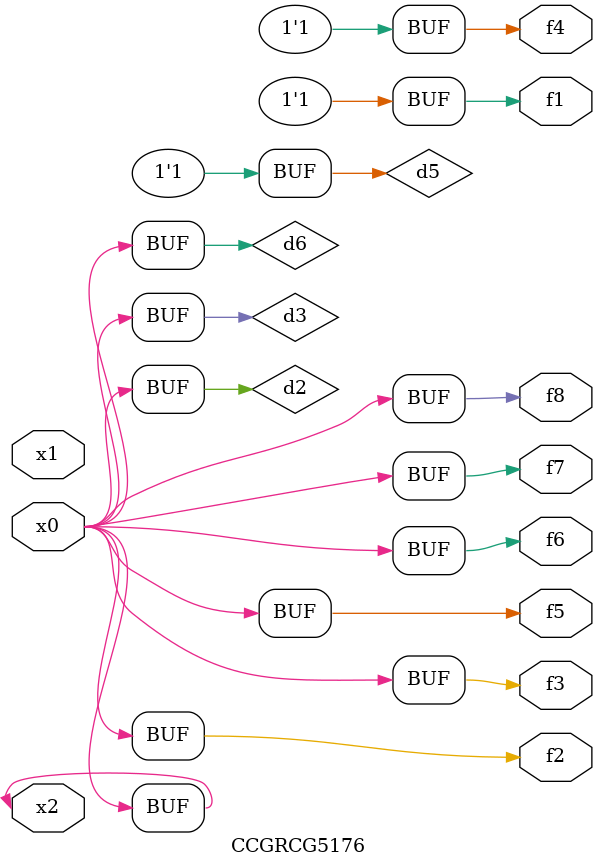
<source format=v>
module CCGRCG5176(
	input x0, x1, x2,
	output f1, f2, f3, f4, f5, f6, f7, f8
);

	wire d1, d2, d3, d4, d5, d6;

	xnor (d1, x2);
	buf (d2, x0, x2);
	and (d3, x0);
	xnor (d4, x1, x2);
	nand (d5, d1, d3);
	buf (d6, d2, d3);
	assign f1 = d5;
	assign f2 = d6;
	assign f3 = d6;
	assign f4 = d5;
	assign f5 = d6;
	assign f6 = d6;
	assign f7 = d6;
	assign f8 = d6;
endmodule

</source>
